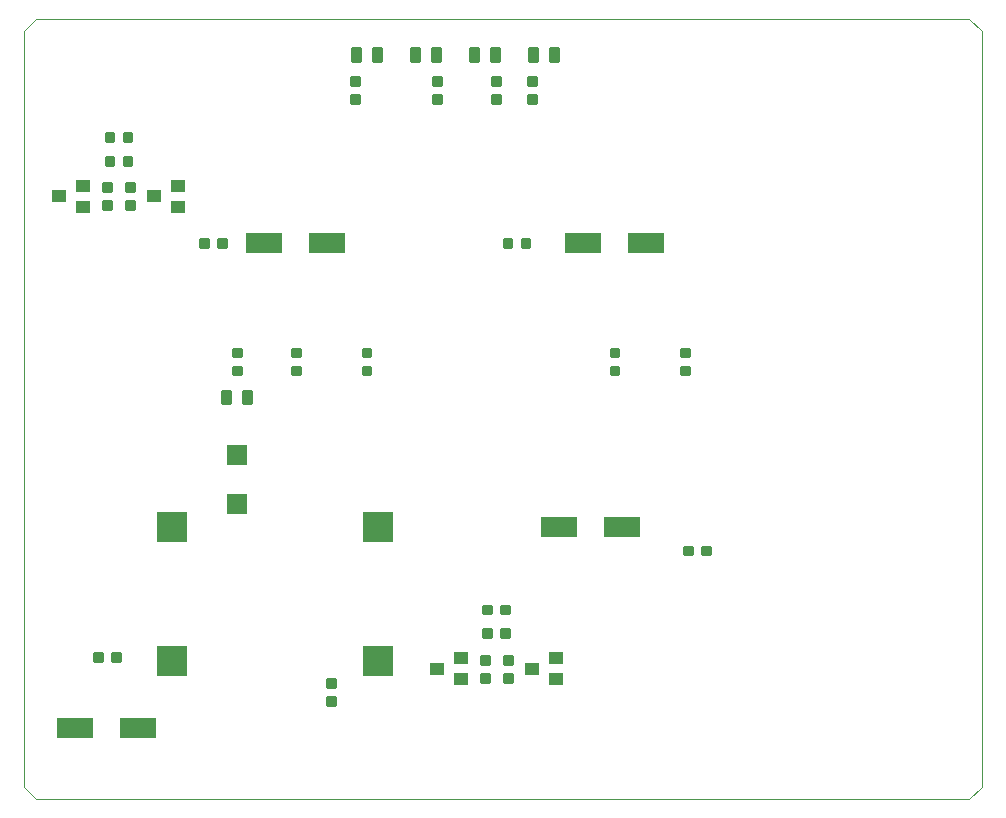
<source format=gtp>
G75*
%MOIN*%
%OFA0B0*%
%FSLAX25Y25*%
%IPPOS*%
%LPD*%
%AMOC8*
5,1,8,0,0,1.08239X$1,22.5*
%
%ADD10C,0.00000*%
%ADD11C,0.00875*%
%ADD12R,0.12000X0.06500*%
%ADD13R,0.10000X0.10000*%
%ADD14R,0.04500X0.04000*%
%ADD15R,0.06969X0.07087*%
D10*
X0001000Y0004937D02*
X0001000Y0256906D01*
X0004937Y0260843D01*
X0315961Y0260843D01*
X0320409Y0256906D01*
X0320409Y0004937D01*
X0315961Y0001000D01*
X0004937Y0001000D01*
X0001000Y0004937D01*
D11*
X0024246Y0046931D02*
X0026872Y0046931D01*
X0024246Y0046931D02*
X0024246Y0049557D01*
X0026872Y0049557D01*
X0026872Y0046931D01*
X0026872Y0047805D02*
X0024246Y0047805D01*
X0024246Y0048679D02*
X0026872Y0048679D01*
X0026872Y0049553D02*
X0024246Y0049553D01*
X0030246Y0046931D02*
X0032872Y0046931D01*
X0030246Y0046931D02*
X0030246Y0049557D01*
X0032872Y0049557D01*
X0032872Y0046931D01*
X0032872Y0047805D02*
X0030246Y0047805D01*
X0030246Y0048679D02*
X0032872Y0048679D01*
X0032872Y0049553D02*
X0030246Y0049553D01*
X0104675Y0040746D02*
X0104675Y0038120D01*
X0102049Y0038120D01*
X0102049Y0040746D01*
X0104675Y0040746D01*
X0104675Y0038994D02*
X0102049Y0038994D01*
X0102049Y0039868D02*
X0104675Y0039868D01*
X0104675Y0040742D02*
X0102049Y0040742D01*
X0104675Y0034746D02*
X0104675Y0032120D01*
X0102049Y0032120D01*
X0102049Y0034746D01*
X0104675Y0034746D01*
X0104675Y0032994D02*
X0102049Y0032994D01*
X0102049Y0033868D02*
X0104675Y0033868D01*
X0104675Y0034742D02*
X0102049Y0034742D01*
X0153230Y0039994D02*
X0153230Y0042620D01*
X0155856Y0042620D01*
X0155856Y0039994D01*
X0153230Y0039994D01*
X0153230Y0040868D02*
X0155856Y0040868D01*
X0155856Y0041742D02*
X0153230Y0041742D01*
X0153230Y0042616D02*
X0155856Y0042616D01*
X0153230Y0045994D02*
X0153230Y0048620D01*
X0155856Y0048620D01*
X0155856Y0045994D01*
X0153230Y0045994D01*
X0153230Y0046868D02*
X0155856Y0046868D01*
X0155856Y0047742D02*
X0153230Y0047742D01*
X0153230Y0048616D02*
X0155856Y0048616D01*
X0163730Y0048620D02*
X0163730Y0045994D01*
X0161104Y0045994D01*
X0161104Y0048620D01*
X0163730Y0048620D01*
X0163730Y0046868D02*
X0161104Y0046868D01*
X0161104Y0047742D02*
X0163730Y0047742D01*
X0163730Y0048616D02*
X0161104Y0048616D01*
X0163730Y0042620D02*
X0163730Y0039994D01*
X0161104Y0039994D01*
X0161104Y0042620D01*
X0163730Y0042620D01*
X0163730Y0040868D02*
X0161104Y0040868D01*
X0161104Y0041742D02*
X0163730Y0041742D01*
X0163730Y0042616D02*
X0161104Y0042616D01*
X0160167Y0057431D02*
X0162793Y0057431D01*
X0162793Y0054805D01*
X0160167Y0054805D01*
X0160167Y0057431D01*
X0160167Y0055679D02*
X0162793Y0055679D01*
X0162793Y0056553D02*
X0160167Y0056553D01*
X0160167Y0057427D02*
X0162793Y0057427D01*
X0162793Y0062679D02*
X0160167Y0062679D01*
X0160167Y0065305D01*
X0162793Y0065305D01*
X0162793Y0062679D01*
X0162793Y0063553D02*
X0160167Y0063553D01*
X0160167Y0064427D02*
X0162793Y0064427D01*
X0162793Y0065301D02*
X0160167Y0065301D01*
X0156793Y0062679D02*
X0154167Y0062679D01*
X0154167Y0065305D01*
X0156793Y0065305D01*
X0156793Y0062679D01*
X0156793Y0063553D02*
X0154167Y0063553D01*
X0154167Y0064427D02*
X0156793Y0064427D01*
X0156793Y0065301D02*
X0154167Y0065301D01*
X0154167Y0057431D02*
X0156793Y0057431D01*
X0156793Y0054805D01*
X0154167Y0054805D01*
X0154167Y0057431D01*
X0154167Y0055679D02*
X0156793Y0055679D01*
X0156793Y0056553D02*
X0154167Y0056553D01*
X0154167Y0057427D02*
X0156793Y0057427D01*
X0221096Y0084990D02*
X0223722Y0084990D01*
X0223722Y0082364D01*
X0221096Y0082364D01*
X0221096Y0084990D01*
X0221096Y0083238D02*
X0223722Y0083238D01*
X0223722Y0084112D02*
X0221096Y0084112D01*
X0221096Y0084986D02*
X0223722Y0084986D01*
X0227096Y0084990D02*
X0229722Y0084990D01*
X0229722Y0082364D01*
X0227096Y0082364D01*
X0227096Y0084990D01*
X0227096Y0083238D02*
X0229722Y0083238D01*
X0229722Y0084112D02*
X0227096Y0084112D01*
X0227096Y0084986D02*
X0229722Y0084986D01*
X0220159Y0142356D02*
X0220159Y0144982D01*
X0222785Y0144982D01*
X0222785Y0142356D01*
X0220159Y0142356D01*
X0220159Y0143230D02*
X0222785Y0143230D01*
X0222785Y0144104D02*
X0220159Y0144104D01*
X0220159Y0144978D02*
X0222785Y0144978D01*
X0220159Y0148356D02*
X0220159Y0150982D01*
X0222785Y0150982D01*
X0222785Y0148356D01*
X0220159Y0148356D01*
X0220159Y0149230D02*
X0222785Y0149230D01*
X0222785Y0150104D02*
X0220159Y0150104D01*
X0220159Y0150978D02*
X0222785Y0150978D01*
X0196537Y0150982D02*
X0196537Y0148356D01*
X0196537Y0150982D02*
X0199163Y0150982D01*
X0199163Y0148356D01*
X0196537Y0148356D01*
X0196537Y0149230D02*
X0199163Y0149230D01*
X0199163Y0150104D02*
X0196537Y0150104D01*
X0196537Y0150978D02*
X0199163Y0150978D01*
X0196537Y0144982D02*
X0196537Y0142356D01*
X0196537Y0144982D02*
X0199163Y0144982D01*
X0199163Y0142356D01*
X0196537Y0142356D01*
X0196537Y0143230D02*
X0199163Y0143230D01*
X0199163Y0144104D02*
X0196537Y0144104D01*
X0196537Y0144978D02*
X0199163Y0144978D01*
X0169486Y0184726D02*
X0166860Y0184726D01*
X0166860Y0187352D01*
X0169486Y0187352D01*
X0169486Y0184726D01*
X0169486Y0185600D02*
X0166860Y0185600D01*
X0166860Y0186474D02*
X0169486Y0186474D01*
X0169486Y0187348D02*
X0166860Y0187348D01*
X0163486Y0184726D02*
X0160860Y0184726D01*
X0160860Y0187352D01*
X0163486Y0187352D01*
X0163486Y0184726D01*
X0163486Y0185600D02*
X0160860Y0185600D01*
X0160860Y0186474D02*
X0163486Y0186474D01*
X0163486Y0187348D02*
X0160860Y0187348D01*
X0159793Y0232907D02*
X0159793Y0235533D01*
X0159793Y0232907D02*
X0157167Y0232907D01*
X0157167Y0235533D01*
X0159793Y0235533D01*
X0159793Y0233781D02*
X0157167Y0233781D01*
X0157167Y0234655D02*
X0159793Y0234655D01*
X0159793Y0235529D02*
X0157167Y0235529D01*
X0159793Y0238907D02*
X0159793Y0241533D01*
X0159793Y0238907D02*
X0157167Y0238907D01*
X0157167Y0241533D01*
X0159793Y0241533D01*
X0159793Y0239781D02*
X0157167Y0239781D01*
X0157167Y0240655D02*
X0159793Y0240655D01*
X0159793Y0241529D02*
X0157167Y0241529D01*
X0156730Y0246968D02*
X0159356Y0246968D01*
X0156730Y0246968D02*
X0156730Y0251094D01*
X0159356Y0251094D01*
X0159356Y0246968D01*
X0159356Y0247842D02*
X0156730Y0247842D01*
X0156730Y0248716D02*
X0159356Y0248716D01*
X0159356Y0249590D02*
X0156730Y0249590D01*
X0156730Y0250464D02*
X0159356Y0250464D01*
X0152356Y0246968D02*
X0149730Y0246968D01*
X0149730Y0251094D01*
X0152356Y0251094D01*
X0152356Y0246968D01*
X0152356Y0247842D02*
X0149730Y0247842D01*
X0149730Y0248716D02*
X0152356Y0248716D01*
X0152356Y0249590D02*
X0149730Y0249590D01*
X0149730Y0250464D02*
X0152356Y0250464D01*
X0139671Y0246968D02*
X0137045Y0246968D01*
X0137045Y0251094D01*
X0139671Y0251094D01*
X0139671Y0246968D01*
X0139671Y0247842D02*
X0137045Y0247842D01*
X0137045Y0248716D02*
X0139671Y0248716D01*
X0139671Y0249590D02*
X0137045Y0249590D01*
X0137045Y0250464D02*
X0139671Y0250464D01*
X0132671Y0246968D02*
X0130045Y0246968D01*
X0130045Y0251094D01*
X0132671Y0251094D01*
X0132671Y0246968D01*
X0132671Y0247842D02*
X0130045Y0247842D01*
X0130045Y0248716D02*
X0132671Y0248716D01*
X0132671Y0249590D02*
X0130045Y0249590D01*
X0130045Y0250464D02*
X0132671Y0250464D01*
X0140108Y0241533D02*
X0140108Y0238907D01*
X0137482Y0238907D01*
X0137482Y0241533D01*
X0140108Y0241533D01*
X0140108Y0239781D02*
X0137482Y0239781D01*
X0137482Y0240655D02*
X0140108Y0240655D01*
X0140108Y0241529D02*
X0137482Y0241529D01*
X0140108Y0235533D02*
X0140108Y0232907D01*
X0137482Y0232907D01*
X0137482Y0235533D01*
X0140108Y0235533D01*
X0140108Y0233781D02*
X0137482Y0233781D01*
X0137482Y0234655D02*
X0140108Y0234655D01*
X0140108Y0235529D02*
X0137482Y0235529D01*
X0119986Y0246968D02*
X0117360Y0246968D01*
X0117360Y0251094D01*
X0119986Y0251094D01*
X0119986Y0246968D01*
X0119986Y0247842D02*
X0117360Y0247842D01*
X0117360Y0248716D02*
X0119986Y0248716D01*
X0119986Y0249590D02*
X0117360Y0249590D01*
X0117360Y0250464D02*
X0119986Y0250464D01*
X0112986Y0246968D02*
X0110360Y0246968D01*
X0110360Y0251094D01*
X0112986Y0251094D01*
X0112986Y0246968D01*
X0112986Y0247842D02*
X0110360Y0247842D01*
X0110360Y0248716D02*
X0112986Y0248716D01*
X0112986Y0249590D02*
X0110360Y0249590D01*
X0110360Y0250464D02*
X0112986Y0250464D01*
X0109923Y0241533D02*
X0109923Y0238907D01*
X0109923Y0241533D02*
X0112549Y0241533D01*
X0112549Y0238907D01*
X0109923Y0238907D01*
X0109923Y0239781D02*
X0112549Y0239781D01*
X0112549Y0240655D02*
X0109923Y0240655D01*
X0109923Y0241529D02*
X0112549Y0241529D01*
X0109923Y0235533D02*
X0109923Y0232907D01*
X0109923Y0235533D02*
X0112549Y0235533D01*
X0112549Y0232907D01*
X0109923Y0232907D01*
X0109923Y0233781D02*
X0112549Y0233781D01*
X0112549Y0234655D02*
X0109923Y0234655D01*
X0109923Y0235529D02*
X0112549Y0235529D01*
X0068305Y0187352D02*
X0065679Y0187352D01*
X0068305Y0187352D02*
X0068305Y0184726D01*
X0065679Y0184726D01*
X0065679Y0187352D01*
X0065679Y0185600D02*
X0068305Y0185600D01*
X0068305Y0186474D02*
X0065679Y0186474D01*
X0065679Y0187348D02*
X0068305Y0187348D01*
X0062305Y0187352D02*
X0059679Y0187352D01*
X0062305Y0187352D02*
X0062305Y0184726D01*
X0059679Y0184726D01*
X0059679Y0187352D01*
X0059679Y0185600D02*
X0062305Y0185600D01*
X0062305Y0186474D02*
X0059679Y0186474D01*
X0059679Y0187348D02*
X0062305Y0187348D01*
X0035120Y0197474D02*
X0035120Y0200100D01*
X0037746Y0200100D01*
X0037746Y0197474D01*
X0035120Y0197474D01*
X0035120Y0198348D02*
X0037746Y0198348D01*
X0037746Y0199222D02*
X0035120Y0199222D01*
X0035120Y0200096D02*
X0037746Y0200096D01*
X0035120Y0203474D02*
X0035120Y0206100D01*
X0037746Y0206100D01*
X0037746Y0203474D01*
X0035120Y0203474D01*
X0035120Y0204348D02*
X0037746Y0204348D01*
X0037746Y0205222D02*
X0035120Y0205222D01*
X0035120Y0206096D02*
X0037746Y0206096D01*
X0036809Y0214911D02*
X0034183Y0214911D01*
X0036809Y0214911D02*
X0036809Y0212285D01*
X0034183Y0212285D01*
X0034183Y0214911D01*
X0034183Y0213159D02*
X0036809Y0213159D01*
X0036809Y0214033D02*
X0034183Y0214033D01*
X0034183Y0214907D02*
X0036809Y0214907D01*
X0036809Y0220159D02*
X0034183Y0220159D01*
X0034183Y0222785D01*
X0036809Y0222785D01*
X0036809Y0220159D01*
X0036809Y0221033D02*
X0034183Y0221033D01*
X0034183Y0221907D02*
X0036809Y0221907D01*
X0036809Y0222781D02*
X0034183Y0222781D01*
X0030809Y0220159D02*
X0028183Y0220159D01*
X0028183Y0222785D01*
X0030809Y0222785D01*
X0030809Y0220159D01*
X0030809Y0221033D02*
X0028183Y0221033D01*
X0028183Y0221907D02*
X0030809Y0221907D01*
X0030809Y0222781D02*
X0028183Y0222781D01*
X0028183Y0214911D02*
X0030809Y0214911D01*
X0030809Y0212285D01*
X0028183Y0212285D01*
X0028183Y0214911D01*
X0028183Y0213159D02*
X0030809Y0213159D01*
X0030809Y0214033D02*
X0028183Y0214033D01*
X0028183Y0214907D02*
X0030809Y0214907D01*
X0029872Y0206100D02*
X0029872Y0203474D01*
X0027246Y0203474D01*
X0027246Y0206100D01*
X0029872Y0206100D01*
X0029872Y0204348D02*
X0027246Y0204348D01*
X0027246Y0205222D02*
X0029872Y0205222D01*
X0029872Y0206096D02*
X0027246Y0206096D01*
X0029872Y0200100D02*
X0029872Y0197474D01*
X0027246Y0197474D01*
X0027246Y0200100D01*
X0029872Y0200100D01*
X0029872Y0198348D02*
X0027246Y0198348D01*
X0027246Y0199222D02*
X0029872Y0199222D01*
X0029872Y0200096D02*
X0027246Y0200096D01*
X0073179Y0150982D02*
X0073179Y0148356D01*
X0070553Y0148356D01*
X0070553Y0150982D01*
X0073179Y0150982D01*
X0073179Y0149230D02*
X0070553Y0149230D01*
X0070553Y0150104D02*
X0073179Y0150104D01*
X0073179Y0150978D02*
X0070553Y0150978D01*
X0073179Y0144982D02*
X0073179Y0142356D01*
X0070553Y0142356D01*
X0070553Y0144982D01*
X0073179Y0144982D01*
X0073179Y0143230D02*
X0070553Y0143230D01*
X0070553Y0144104D02*
X0073179Y0144104D01*
X0073179Y0144978D02*
X0070553Y0144978D01*
X0069679Y0132795D02*
X0067053Y0132795D01*
X0067053Y0136921D01*
X0069679Y0136921D01*
X0069679Y0132795D01*
X0069679Y0133669D02*
X0067053Y0133669D01*
X0067053Y0134543D02*
X0069679Y0134543D01*
X0069679Y0135417D02*
X0067053Y0135417D01*
X0067053Y0136291D02*
X0069679Y0136291D01*
X0074053Y0132795D02*
X0076679Y0132795D01*
X0074053Y0132795D02*
X0074053Y0136921D01*
X0076679Y0136921D01*
X0076679Y0132795D01*
X0076679Y0133669D02*
X0074053Y0133669D01*
X0074053Y0134543D02*
X0076679Y0134543D01*
X0076679Y0135417D02*
X0074053Y0135417D01*
X0074053Y0136291D02*
X0076679Y0136291D01*
X0090238Y0142356D02*
X0090238Y0144982D01*
X0092864Y0144982D01*
X0092864Y0142356D01*
X0090238Y0142356D01*
X0090238Y0143230D02*
X0092864Y0143230D01*
X0092864Y0144104D02*
X0090238Y0144104D01*
X0090238Y0144978D02*
X0092864Y0144978D01*
X0090238Y0148356D02*
X0090238Y0150982D01*
X0092864Y0150982D01*
X0092864Y0148356D01*
X0090238Y0148356D01*
X0090238Y0149230D02*
X0092864Y0149230D01*
X0092864Y0150104D02*
X0090238Y0150104D01*
X0090238Y0150978D02*
X0092864Y0150978D01*
X0113860Y0150982D02*
X0113860Y0148356D01*
X0113860Y0150982D02*
X0116486Y0150982D01*
X0116486Y0148356D01*
X0113860Y0148356D01*
X0113860Y0149230D02*
X0116486Y0149230D01*
X0116486Y0150104D02*
X0113860Y0150104D01*
X0113860Y0150978D02*
X0116486Y0150978D01*
X0113860Y0144982D02*
X0113860Y0142356D01*
X0113860Y0144982D02*
X0116486Y0144982D01*
X0116486Y0142356D01*
X0113860Y0142356D01*
X0113860Y0143230D02*
X0116486Y0143230D01*
X0116486Y0144104D02*
X0113860Y0144104D01*
X0113860Y0144978D02*
X0116486Y0144978D01*
X0168978Y0232907D02*
X0168978Y0235533D01*
X0171604Y0235533D01*
X0171604Y0232907D01*
X0168978Y0232907D01*
X0168978Y0233781D02*
X0171604Y0233781D01*
X0171604Y0234655D02*
X0168978Y0234655D01*
X0168978Y0235529D02*
X0171604Y0235529D01*
X0168978Y0238907D02*
X0168978Y0241533D01*
X0171604Y0241533D01*
X0171604Y0238907D01*
X0168978Y0238907D01*
X0168978Y0239781D02*
X0171604Y0239781D01*
X0171604Y0240655D02*
X0168978Y0240655D01*
X0168978Y0241529D02*
X0171604Y0241529D01*
X0172041Y0246968D02*
X0169415Y0246968D01*
X0169415Y0251094D01*
X0172041Y0251094D01*
X0172041Y0246968D01*
X0172041Y0247842D02*
X0169415Y0247842D01*
X0169415Y0248716D02*
X0172041Y0248716D01*
X0172041Y0249590D02*
X0169415Y0249590D01*
X0169415Y0250464D02*
X0172041Y0250464D01*
X0176415Y0246968D02*
X0179041Y0246968D01*
X0176415Y0246968D02*
X0176415Y0251094D01*
X0179041Y0251094D01*
X0179041Y0246968D01*
X0179041Y0247842D02*
X0176415Y0247842D01*
X0176415Y0248716D02*
X0179041Y0248716D01*
X0179041Y0249590D02*
X0176415Y0249590D01*
X0176415Y0250464D02*
X0179041Y0250464D01*
D12*
X0187350Y0186039D03*
X0208350Y0186039D03*
X0200476Y0091551D03*
X0179476Y0091551D03*
X0102051Y0186039D03*
X0081051Y0186039D03*
X0039059Y0024622D03*
X0018059Y0024622D03*
D13*
X0050213Y0046669D03*
X0050213Y0091551D03*
X0119110Y0091551D03*
X0119110Y0046669D03*
D14*
X0138732Y0044307D03*
X0146732Y0040807D03*
X0146732Y0047807D03*
X0170228Y0044307D03*
X0178228Y0040807D03*
X0178228Y0047807D03*
X0052244Y0198287D03*
X0052244Y0205287D03*
X0044244Y0201787D03*
X0020748Y0198287D03*
X0020748Y0205287D03*
X0012748Y0201787D03*
D15*
X0071866Y0115339D03*
X0071866Y0099260D03*
M02*

</source>
